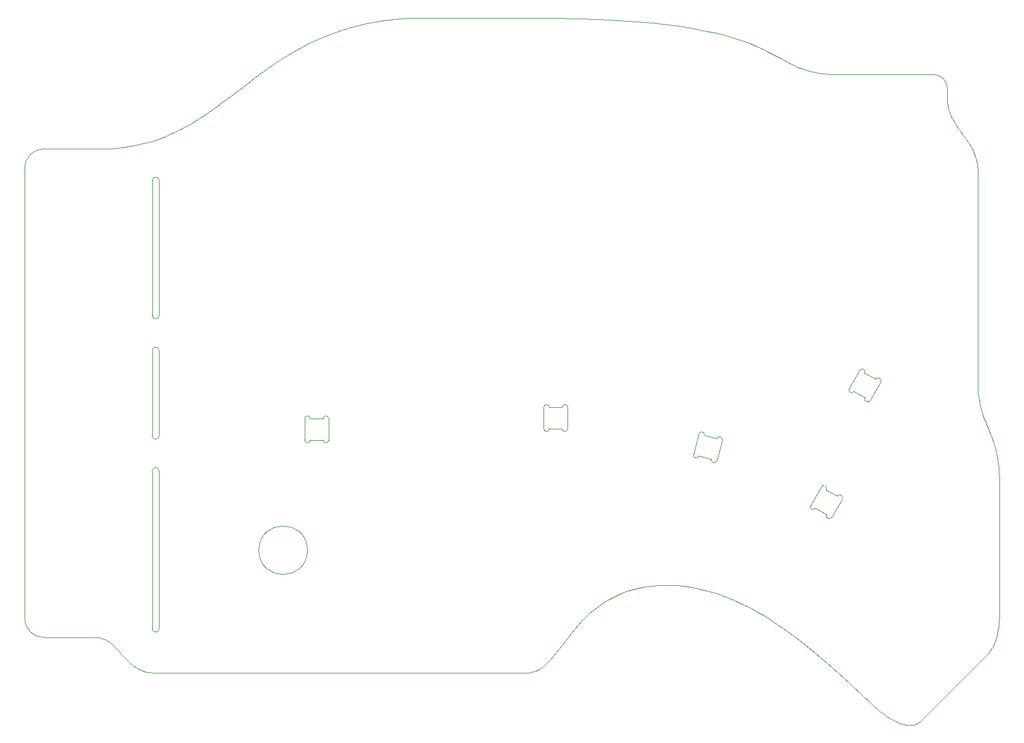
<source format=gbr>
%TF.GenerationSoftware,KiCad,Pcbnew,(6.0.1-0)*%
%TF.CreationDate,2022-01-24T00:31:25-08:00*%
%TF.ProjectId,hillside56,68696c6c-7369-4646-9535-362e6b696361,0.1.0-alpha*%
%TF.SameCoordinates,Original*%
%TF.FileFunction,Profile,NP*%
%FSLAX46Y46*%
G04 Gerber Fmt 4.6, Leading zero omitted, Abs format (unit mm)*
G04 Created by KiCad (PCBNEW (6.0.1-0)) date 2022-01-24 00:31:25*
%MOMM*%
%LPD*%
G01*
G04 APERTURE LIST*
%TA.AperFunction,Profile*%
%ADD10C,0.050000*%
%TD*%
%ADD11C,0.050000*%
%TA.AperFunction,Profile*%
%ADD12C,0.120000*%
%TD*%
G04 APERTURE END LIST*
D10*
X157750000Y-54500000D02*
X143010000Y-54500000D01*
X222226474Y-144533863D02*
X212945238Y-153817984D01*
X86500000Y-75750000D02*
X86500000Y-139250000D01*
X216750000Y-64500000D02*
G75*
G03*
X214750000Y-62500000I-1999999J1D01*
G01*
X224075326Y-138290747D02*
X224075326Y-119966984D01*
X105500000Y-101500000D02*
G75*
G03*
X104500000Y-101500000I-500000J0D01*
G01*
X105500000Y-101500000D02*
X105500000Y-113500000D01*
X221000000Y-105510000D02*
X221000000Y-75795534D01*
X104500000Y-96500000D02*
X104500000Y-77500000D01*
D11*
X201550000Y-62500000D02*
X200487484Y-62477050D01*
X199523315Y-62410156D01*
X198645681Y-62302246D01*
X197842773Y-62156250D01*
X197102780Y-61975097D01*
X196413891Y-61761718D01*
X195764297Y-61519042D01*
X195142187Y-61250000D01*
X194535751Y-60957519D01*
X193933178Y-60644531D01*
X193322659Y-60313964D01*
X192692382Y-59968750D01*
X192030538Y-59611816D01*
X191325317Y-59246093D01*
X190564907Y-58874511D01*
X189737500Y-58500000D01*
X188831283Y-58125488D01*
X187834448Y-57753906D01*
X186735183Y-57388183D01*
X185521679Y-57031250D01*
X184182125Y-56686035D01*
X182704711Y-56355468D01*
X181077627Y-56042480D01*
X179289062Y-55750000D01*
X177327206Y-55480957D01*
X175180249Y-55238281D01*
X172836380Y-55024902D01*
X170283789Y-54843750D01*
X167510665Y-54697753D01*
X164505200Y-54589843D01*
X161255581Y-54522949D01*
X157750000Y-54500000D01*
X143010000Y-54500000D02*
X140775204Y-54553637D01*
X138661755Y-54709960D01*
X136662618Y-54962084D01*
X134770761Y-55303125D01*
X132979151Y-55726196D01*
X131280754Y-56224414D01*
X129668537Y-56790893D01*
X128135468Y-57418750D01*
X126674513Y-58101098D01*
X125278640Y-58831054D01*
X123940814Y-59601733D01*
X122654003Y-60406250D01*
X121411175Y-61237719D01*
X120205295Y-62089257D01*
X119029331Y-62953979D01*
X117876250Y-63825000D01*
X116739018Y-64695434D01*
X115610603Y-65558398D01*
X114483971Y-66407006D01*
X113352089Y-67234375D01*
X112207925Y-68033618D01*
X111044445Y-68797851D01*
X109854617Y-69520190D01*
X108631406Y-70193750D01*
X107367780Y-70811645D01*
X106056706Y-71366992D01*
X104691151Y-71852905D01*
X103264082Y-72262500D01*
X101768465Y-72588891D01*
X100197268Y-72825195D01*
X98543457Y-72964526D01*
X96800000Y-73000000D01*
D10*
X105500000Y-77500000D02*
X105500000Y-96500000D01*
D11*
X222226474Y-144533863D02*
X222380762Y-144378331D01*
X222526263Y-144216462D01*
X222663232Y-144048634D01*
X222791925Y-143875226D01*
X222912599Y-143696616D01*
X223025509Y-143513182D01*
X223130912Y-143325304D01*
X223229064Y-143133360D01*
X223320221Y-142937727D01*
X223404639Y-142738785D01*
X223482574Y-142536912D01*
X223554283Y-142332486D01*
X223620021Y-142125886D01*
X223680045Y-141917490D01*
X223734611Y-141707677D01*
X223783975Y-141496826D01*
X223828392Y-141285314D01*
X223868120Y-141073520D01*
X223903415Y-140861823D01*
X223934532Y-140650600D01*
X223961727Y-140440232D01*
X223985258Y-140231095D01*
X224005379Y-140023569D01*
X224022348Y-139818031D01*
X224036419Y-139614861D01*
X224047850Y-139414437D01*
X224056897Y-139217137D01*
X224063815Y-139023340D01*
X224068860Y-138833423D01*
X224072290Y-138647767D01*
X224074360Y-138466748D01*
X224075326Y-138290747D01*
D10*
X96800000Y-73000000D02*
X89250000Y-73000000D01*
D11*
X206265000Y-151580000D02*
X205612141Y-150971127D01*
X204939141Y-150340661D01*
X204246398Y-149691266D01*
X203534306Y-149025605D01*
X202803263Y-148346343D01*
X202053665Y-147656145D01*
X201285909Y-146957673D01*
X200500390Y-146253593D01*
X199697506Y-145546569D01*
X198877652Y-144839265D01*
X198041226Y-144134344D01*
X197188623Y-143434472D01*
X196320240Y-142742312D01*
X195436473Y-142060529D01*
X194537719Y-141391787D01*
X193624375Y-140738750D01*
X192696836Y-140104081D01*
X191755499Y-139490446D01*
X190800760Y-138900509D01*
X189833017Y-138336933D01*
X188852665Y-137802383D01*
X187860101Y-137299523D01*
X186855721Y-136831018D01*
X185839921Y-136399531D01*
X184813099Y-136007726D01*
X183775650Y-135658269D01*
X182727971Y-135353822D01*
X181670458Y-135097050D01*
X180603509Y-134890618D01*
X179527518Y-134737189D01*
X178442883Y-134639429D01*
X177350000Y-134600000D01*
X221000000Y-75795534D02*
X220987808Y-75448541D01*
X220952270Y-75109518D01*
X220894943Y-74777963D01*
X220817382Y-74453375D01*
X220721145Y-74135253D01*
X220607788Y-73823097D01*
X220478866Y-73516406D01*
X220335937Y-73214678D01*
X220180557Y-72917413D01*
X220014282Y-72624110D01*
X219838668Y-72334268D01*
X219655273Y-72047386D01*
X219465652Y-71762963D01*
X219271362Y-71480499D01*
X219073959Y-71199492D01*
X218875000Y-70919441D01*
X218676040Y-70639847D01*
X218478637Y-70360207D01*
X218284347Y-70080021D01*
X218094726Y-69798787D01*
X217911331Y-69516006D01*
X217735717Y-69231177D01*
X217569442Y-68943797D01*
X217414062Y-68653367D01*
X217271133Y-68359386D01*
X217142211Y-68061352D01*
X217028854Y-67758765D01*
X216932617Y-67451124D01*
X216855056Y-67137927D01*
X216797729Y-66818675D01*
X216762191Y-66492866D01*
X216750000Y-66160000D01*
D10*
X105500000Y-77500000D02*
G75*
G03*
X104500000Y-77500000I-500000J0D01*
G01*
X96750000Y-142000000D02*
X89250000Y-142000000D01*
X104500000Y-140750000D02*
X104500000Y-118500000D01*
X216750000Y-64500000D02*
X216750000Y-66160000D01*
D11*
X177350000Y-134600000D02*
X176076199Y-134635571D01*
X174877563Y-134739257D01*
X173750741Y-134906518D01*
X172692382Y-135132812D01*
X171699136Y-135413598D01*
X170767651Y-135744335D01*
X169894577Y-136120483D01*
X169076562Y-136537500D01*
X168310256Y-136990844D01*
X167592309Y-137475976D01*
X166919369Y-137988354D01*
X166288085Y-138523437D01*
X165695108Y-139076684D01*
X165137084Y-139643554D01*
X164610665Y-140219506D01*
X164112500Y-140800000D01*
X163639236Y-141380493D01*
X163187524Y-141956445D01*
X162754013Y-142523315D01*
X162335351Y-143076562D01*
X161928189Y-143611645D01*
X161529174Y-144124023D01*
X161134957Y-144609155D01*
X160742187Y-145062500D01*
X160347512Y-145479516D01*
X159947583Y-145855664D01*
X159539047Y-146186401D01*
X159118554Y-146467187D01*
X158682754Y-146693481D01*
X158228295Y-146860742D01*
X157751828Y-146964428D01*
X157250000Y-147000000D01*
D10*
X86500000Y-139250000D02*
G75*
G03*
X89250000Y-142000000I2749989J-11D01*
G01*
D11*
X224075326Y-119966984D02*
X224066503Y-119288388D01*
X224040788Y-118650898D01*
X223999306Y-118051865D01*
X223943183Y-117488643D01*
X223873545Y-116958584D01*
X223791519Y-116459041D01*
X223698230Y-115987367D01*
X223594806Y-115540915D01*
X223482372Y-115117037D01*
X223362054Y-114713087D01*
X223234979Y-114326417D01*
X223102273Y-113954380D01*
X222965062Y-113594330D01*
X222824473Y-113243618D01*
X222681631Y-112899598D01*
X222537663Y-112559623D01*
X222393694Y-112221044D01*
X222250852Y-111881217D01*
X222110263Y-111537492D01*
X221973052Y-111187223D01*
X221840346Y-110827763D01*
X221713271Y-110456465D01*
X221592953Y-110070681D01*
X221480519Y-109667765D01*
X221377095Y-109245069D01*
X221283806Y-108799945D01*
X221201780Y-108329748D01*
X221132142Y-107831830D01*
X221076019Y-107303543D01*
X221034537Y-106742240D01*
X221008822Y-106145275D01*
X221000000Y-105510000D01*
X96750000Y-142000000D02*
X97020442Y-142014343D01*
X97279357Y-142056152D01*
X97527818Y-142123596D01*
X97766894Y-142214843D01*
X97997657Y-142328063D01*
X98221179Y-142461425D01*
X98438529Y-142613098D01*
X98650781Y-142781250D01*
X98859004Y-142964050D01*
X99064270Y-143159667D01*
X99267649Y-143366271D01*
X99470214Y-143582031D01*
X99673036Y-143805114D01*
X99877185Y-144033691D01*
X100083732Y-144265930D01*
X100293750Y-144500000D01*
X100508308Y-144734069D01*
X100728479Y-144966308D01*
X100955332Y-145194885D01*
X101189941Y-145417968D01*
X101433375Y-145633728D01*
X101686706Y-145840332D01*
X101951005Y-146035949D01*
X102227343Y-146218750D01*
X102516792Y-146386901D01*
X102820422Y-146538574D01*
X103139305Y-146671936D01*
X103474511Y-146785156D01*
X103827113Y-146876403D01*
X104198181Y-146943847D01*
X104588786Y-146985656D01*
X105000000Y-147000000D01*
D10*
X104500000Y-140750000D02*
G75*
G03*
X105500000Y-140750000I500000J0D01*
G01*
X104500000Y-113500000D02*
X104500000Y-101500000D01*
X105500000Y-118500000D02*
X105500000Y-140750000D01*
X125675000Y-147000000D02*
X105000000Y-147000000D01*
X126429000Y-129679000D02*
G75*
G03*
X126429000Y-129679000I-3429000J0D01*
G01*
X138625000Y-147000000D02*
X125675000Y-147000000D01*
X105500000Y-118500000D02*
G75*
G03*
X104500000Y-118500000I-500000J0D01*
G01*
X214750000Y-62500000D02*
X201550000Y-62500000D01*
X104500000Y-96500000D02*
G75*
G03*
X105500000Y-96500000I500000J0D01*
G01*
X157250000Y-147000000D02*
X138625000Y-147000000D01*
X104500000Y-113500000D02*
G75*
G03*
X105500000Y-113500000I500000J0D01*
G01*
D11*
X212945238Y-153817984D02*
X212778328Y-153961878D01*
X212601560Y-154082562D01*
X212415649Y-154180976D01*
X212221311Y-154258063D01*
X212019262Y-154314763D01*
X211810217Y-154352019D01*
X211594894Y-154370771D01*
X211374006Y-154371962D01*
X211148271Y-154356532D01*
X210918404Y-154325424D01*
X210685122Y-154279578D01*
X210449140Y-154219937D01*
X210211173Y-154147442D01*
X209971939Y-154063034D01*
X209732152Y-153967656D01*
X209492529Y-153862248D01*
X209253786Y-153747751D01*
X209016638Y-153625109D01*
X208781802Y-153495262D01*
X208549993Y-153359151D01*
X208321927Y-153217719D01*
X208098320Y-153071906D01*
X207879888Y-152922654D01*
X207667347Y-152770906D01*
X207461413Y-152617601D01*
X207262801Y-152463683D01*
X207072228Y-152310091D01*
X206890410Y-152157769D01*
X206718062Y-152007657D01*
X206555900Y-151860697D01*
X206404641Y-151717831D01*
X206265000Y-151580000D01*
D10*
X89250000Y-73000000D02*
G75*
G03*
X86500000Y-75750000I-11J-2749989D01*
G01*
D12*
%TO.C,D3*%
X182446927Y-113456580D02*
X184185594Y-113922454D01*
X184958334Y-114129510D02*
X184181877Y-117027287D01*
X180897730Y-116147302D02*
X181674187Y-113249525D01*
X183409137Y-116820232D02*
X181670470Y-116354358D01*
X180897730Y-116147302D02*
G75*
G03*
X181670470Y-116354358I386370J-103528D01*
G01*
X182446927Y-113456580D02*
G75*
G03*
X181674187Y-113249525I-386370J103527D01*
G01*
X184958334Y-114129510D02*
G75*
G03*
X184185594Y-113922454I-386370J103528D01*
G01*
X183409137Y-116820232D02*
G75*
G03*
X184181877Y-117027287I386370J-103527D01*
G01*
%TO.C,D5*%
X126030000Y-114110000D02*
X126030000Y-111110000D01*
X126830000Y-111110000D02*
X128630000Y-111110000D01*
X129430000Y-111110000D02*
X129430000Y-114110000D01*
X128630000Y-114110000D02*
X126830000Y-114110000D01*
X126830000Y-111110000D02*
G75*
G03*
X126030000Y-111110000I-400000J0D01*
G01*
X126030000Y-114110000D02*
G75*
G03*
X126830000Y-114110000I400000J0D01*
G01*
X129430000Y-111110000D02*
G75*
G03*
X128630000Y-111110000I-400000J0D01*
G01*
X128630000Y-114110000D02*
G75*
G03*
X129430000Y-114110000I400000J0D01*
G01*
%TO.C,D2*%
X199637740Y-121129841D02*
X201196586Y-122029841D01*
X197444920Y-123327917D02*
X198944920Y-120729841D01*
X201889406Y-122429841D02*
X200389406Y-125027917D01*
X199696586Y-124627917D02*
X198137740Y-123727917D01*
X201889406Y-122429841D02*
G75*
G03*
X201196586Y-122029841I-346410J200000D01*
G01*
X199637740Y-121129841D02*
G75*
G03*
X198944920Y-120729841I-346410J200000D01*
G01*
X197444920Y-123327917D02*
G75*
G03*
X198137740Y-123727917I346410J-200000D01*
G01*
X199696586Y-124627917D02*
G75*
G03*
X200389406Y-125027917I346410J-200000D01*
G01*
%TO.C,D4*%
X163168488Y-109515922D02*
X163168488Y-112515922D01*
X162368488Y-112515922D02*
X160568488Y-112515922D01*
X160568488Y-109515922D02*
X162368488Y-109515922D01*
X159768488Y-112515922D02*
X159768488Y-109515922D01*
X163168488Y-109515922D02*
G75*
G03*
X162368488Y-109515922I-400000J0D01*
G01*
X159768488Y-112515922D02*
G75*
G03*
X160568488Y-112515922I400000J0D01*
G01*
X162368488Y-112515922D02*
G75*
G03*
X163168488Y-112515922I400000J0D01*
G01*
X160568488Y-109515922D02*
G75*
G03*
X159768488Y-109515922I-400000J0D01*
G01*
%TO.C,D1*%
X207323699Y-105943360D02*
X205823699Y-108541436D01*
X205072033Y-104643360D02*
X206630879Y-105543360D01*
X205130879Y-108141436D02*
X203572033Y-107241436D01*
X202879213Y-106841436D02*
X204379213Y-104243360D01*
X202879213Y-106841436D02*
G75*
G03*
X203572033Y-107241436I346410J-200000D01*
G01*
X205072033Y-104643360D02*
G75*
G03*
X204379213Y-104243360I-346410J200000D01*
G01*
X207323699Y-105943360D02*
G75*
G03*
X206630879Y-105543360I-346410J200000D01*
G01*
X205130879Y-108141436D02*
G75*
G03*
X205823699Y-108541436I346410J-200000D01*
G01*
%TD*%
M02*

</source>
